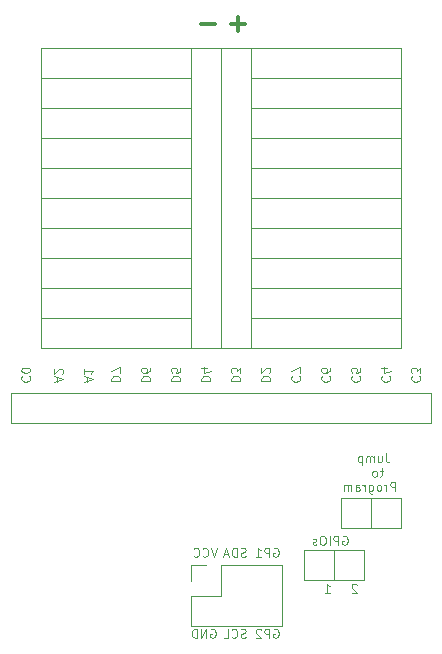
<source format=gbr>
%TF.GenerationSoftware,KiCad,Pcbnew,8.0.5*%
%TF.CreationDate,2024-09-21T17:09:33+02:00*%
%TF.ProjectId,sao_proto,73616f5f-7072-46f7-946f-2e6b69636164,rev?*%
%TF.SameCoordinates,Original*%
%TF.FileFunction,Legend,Bot*%
%TF.FilePolarity,Positive*%
%FSLAX46Y46*%
G04 Gerber Fmt 4.6, Leading zero omitted, Abs format (unit mm)*
G04 Created by KiCad (PCBNEW 8.0.5) date 2024-09-21 17:09:33*
%MOMM*%
%LPD*%
G01*
G04 APERTURE LIST*
%ADD10C,0.100000*%
%ADD11C,0.300000*%
%ADD12C,0.120000*%
G04 APERTURE END LIST*
D10*
X153794782Y-117552728D02*
X153866211Y-117517014D01*
X153866211Y-117517014D02*
X153973353Y-117517014D01*
X153973353Y-117517014D02*
X154080496Y-117552728D01*
X154080496Y-117552728D02*
X154151925Y-117624157D01*
X154151925Y-117624157D02*
X154187639Y-117695585D01*
X154187639Y-117695585D02*
X154223353Y-117838442D01*
X154223353Y-117838442D02*
X154223353Y-117945585D01*
X154223353Y-117945585D02*
X154187639Y-118088442D01*
X154187639Y-118088442D02*
X154151925Y-118159871D01*
X154151925Y-118159871D02*
X154080496Y-118231300D01*
X154080496Y-118231300D02*
X153973353Y-118267014D01*
X153973353Y-118267014D02*
X153901925Y-118267014D01*
X153901925Y-118267014D02*
X153794782Y-118231300D01*
X153794782Y-118231300D02*
X153759068Y-118195585D01*
X153759068Y-118195585D02*
X153759068Y-117945585D01*
X153759068Y-117945585D02*
X153901925Y-117945585D01*
X153437639Y-118267014D02*
X153437639Y-117517014D01*
X153437639Y-117517014D02*
X153151925Y-117517014D01*
X153151925Y-117517014D02*
X153080496Y-117552728D01*
X153080496Y-117552728D02*
X153044782Y-117588442D01*
X153044782Y-117588442D02*
X153009068Y-117659871D01*
X153009068Y-117659871D02*
X153009068Y-117767014D01*
X153009068Y-117767014D02*
X153044782Y-117838442D01*
X153044782Y-117838442D02*
X153080496Y-117874157D01*
X153080496Y-117874157D02*
X153151925Y-117909871D01*
X153151925Y-117909871D02*
X153437639Y-117909871D01*
X152687639Y-118267014D02*
X152687639Y-117517014D01*
X152187639Y-117517014D02*
X152044782Y-117517014D01*
X152044782Y-117517014D02*
X151973353Y-117552728D01*
X151973353Y-117552728D02*
X151901925Y-117624157D01*
X151901925Y-117624157D02*
X151866210Y-117767014D01*
X151866210Y-117767014D02*
X151866210Y-118017014D01*
X151866210Y-118017014D02*
X151901925Y-118159871D01*
X151901925Y-118159871D02*
X151973353Y-118231300D01*
X151973353Y-118231300D02*
X152044782Y-118267014D01*
X152044782Y-118267014D02*
X152187639Y-118267014D01*
X152187639Y-118267014D02*
X152259068Y-118231300D01*
X152259068Y-118231300D02*
X152330496Y-118159871D01*
X152330496Y-118159871D02*
X152366210Y-118017014D01*
X152366210Y-118017014D02*
X152366210Y-117767014D01*
X152366210Y-117767014D02*
X152330496Y-117624157D01*
X152330496Y-117624157D02*
X152259068Y-117552728D01*
X152259068Y-117552728D02*
X152187639Y-117517014D01*
X151580496Y-118231300D02*
X151509068Y-118267014D01*
X151509068Y-118267014D02*
X151366211Y-118267014D01*
X151366211Y-118267014D02*
X151294782Y-118231300D01*
X151294782Y-118231300D02*
X151259068Y-118159871D01*
X151259068Y-118159871D02*
X151259068Y-118124157D01*
X151259068Y-118124157D02*
X151294782Y-118052728D01*
X151294782Y-118052728D02*
X151366211Y-118017014D01*
X151366211Y-118017014D02*
X151473354Y-118017014D01*
X151473354Y-118017014D02*
X151544782Y-117981300D01*
X151544782Y-117981300D02*
X151580496Y-117909871D01*
X151580496Y-117909871D02*
X151580496Y-117874157D01*
X151580496Y-117874157D02*
X151544782Y-117802728D01*
X151544782Y-117802728D02*
X151473354Y-117767014D01*
X151473354Y-117767014D02*
X151366211Y-117767014D01*
X151366211Y-117767014D02*
X151294782Y-117802728D01*
D11*
X145495489Y-74159400D02*
X144352632Y-74159400D01*
X144924060Y-74730828D02*
X144924060Y-73587971D01*
D10*
X147952782Y-125426728D02*
X148024211Y-125391014D01*
X148024211Y-125391014D02*
X148131353Y-125391014D01*
X148131353Y-125391014D02*
X148238496Y-125426728D01*
X148238496Y-125426728D02*
X148309925Y-125498157D01*
X148309925Y-125498157D02*
X148345639Y-125569585D01*
X148345639Y-125569585D02*
X148381353Y-125712442D01*
X148381353Y-125712442D02*
X148381353Y-125819585D01*
X148381353Y-125819585D02*
X148345639Y-125962442D01*
X148345639Y-125962442D02*
X148309925Y-126033871D01*
X148309925Y-126033871D02*
X148238496Y-126105300D01*
X148238496Y-126105300D02*
X148131353Y-126141014D01*
X148131353Y-126141014D02*
X148059925Y-126141014D01*
X148059925Y-126141014D02*
X147952782Y-126105300D01*
X147952782Y-126105300D02*
X147917068Y-126069585D01*
X147917068Y-126069585D02*
X147917068Y-125819585D01*
X147917068Y-125819585D02*
X148059925Y-125819585D01*
X147595639Y-126141014D02*
X147595639Y-125391014D01*
X147595639Y-125391014D02*
X147309925Y-125391014D01*
X147309925Y-125391014D02*
X147238496Y-125426728D01*
X147238496Y-125426728D02*
X147202782Y-125462442D01*
X147202782Y-125462442D02*
X147167068Y-125533871D01*
X147167068Y-125533871D02*
X147167068Y-125641014D01*
X147167068Y-125641014D02*
X147202782Y-125712442D01*
X147202782Y-125712442D02*
X147238496Y-125748157D01*
X147238496Y-125748157D02*
X147309925Y-125783871D01*
X147309925Y-125783871D02*
X147595639Y-125783871D01*
X146881353Y-125462442D02*
X146845639Y-125426728D01*
X146845639Y-125426728D02*
X146774211Y-125391014D01*
X146774211Y-125391014D02*
X146595639Y-125391014D01*
X146595639Y-125391014D02*
X146524211Y-125426728D01*
X146524211Y-125426728D02*
X146488496Y-125462442D01*
X146488496Y-125462442D02*
X146452782Y-125533871D01*
X146452782Y-125533871D02*
X146452782Y-125605300D01*
X146452782Y-125605300D02*
X146488496Y-125712442D01*
X146488496Y-125712442D02*
X146917068Y-126141014D01*
X146917068Y-126141014D02*
X146452782Y-126141014D01*
X157140414Y-103975068D02*
X157104700Y-104010782D01*
X157104700Y-104010782D02*
X157068985Y-104117925D01*
X157068985Y-104117925D02*
X157068985Y-104189353D01*
X157068985Y-104189353D02*
X157104700Y-104296496D01*
X157104700Y-104296496D02*
X157176128Y-104367925D01*
X157176128Y-104367925D02*
X157247557Y-104403639D01*
X157247557Y-104403639D02*
X157390414Y-104439353D01*
X157390414Y-104439353D02*
X157497557Y-104439353D01*
X157497557Y-104439353D02*
X157640414Y-104403639D01*
X157640414Y-104403639D02*
X157711842Y-104367925D01*
X157711842Y-104367925D02*
X157783271Y-104296496D01*
X157783271Y-104296496D02*
X157818985Y-104189353D01*
X157818985Y-104189353D02*
X157818985Y-104117925D01*
X157818985Y-104117925D02*
X157783271Y-104010782D01*
X157783271Y-104010782D02*
X157747557Y-103975068D01*
X157568985Y-103332211D02*
X157068985Y-103332211D01*
X157854700Y-103510782D02*
X157318985Y-103689353D01*
X157318985Y-103689353D02*
X157318985Y-103225068D01*
X154600414Y-103975068D02*
X154564700Y-104010782D01*
X154564700Y-104010782D02*
X154528985Y-104117925D01*
X154528985Y-104117925D02*
X154528985Y-104189353D01*
X154528985Y-104189353D02*
X154564700Y-104296496D01*
X154564700Y-104296496D02*
X154636128Y-104367925D01*
X154636128Y-104367925D02*
X154707557Y-104403639D01*
X154707557Y-104403639D02*
X154850414Y-104439353D01*
X154850414Y-104439353D02*
X154957557Y-104439353D01*
X154957557Y-104439353D02*
X155100414Y-104403639D01*
X155100414Y-104403639D02*
X155171842Y-104367925D01*
X155171842Y-104367925D02*
X155243271Y-104296496D01*
X155243271Y-104296496D02*
X155278985Y-104189353D01*
X155278985Y-104189353D02*
X155278985Y-104117925D01*
X155278985Y-104117925D02*
X155243271Y-104010782D01*
X155243271Y-104010782D02*
X155207557Y-103975068D01*
X155278985Y-103296496D02*
X155278985Y-103653639D01*
X155278985Y-103653639D02*
X154921842Y-103689353D01*
X154921842Y-103689353D02*
X154957557Y-103653639D01*
X154957557Y-103653639D02*
X154993271Y-103582211D01*
X154993271Y-103582211D02*
X154993271Y-103403639D01*
X154993271Y-103403639D02*
X154957557Y-103332211D01*
X154957557Y-103332211D02*
X154921842Y-103296496D01*
X154921842Y-103296496D02*
X154850414Y-103260782D01*
X154850414Y-103260782D02*
X154671842Y-103260782D01*
X154671842Y-103260782D02*
X154600414Y-103296496D01*
X154600414Y-103296496D02*
X154564700Y-103332211D01*
X154564700Y-103332211D02*
X154528985Y-103403639D01*
X154528985Y-103403639D02*
X154528985Y-103582211D01*
X154528985Y-103582211D02*
X154564700Y-103653639D01*
X154564700Y-103653639D02*
X154600414Y-103689353D01*
X132137271Y-104439353D02*
X132137271Y-104082211D01*
X131922985Y-104510782D02*
X132672985Y-104260782D01*
X132672985Y-104260782D02*
X131922985Y-104010782D01*
X131922985Y-103367925D02*
X131922985Y-103796496D01*
X131922985Y-103582211D02*
X132672985Y-103582211D01*
X132672985Y-103582211D02*
X132565842Y-103653639D01*
X132565842Y-103653639D02*
X132494414Y-103725068D01*
X132494414Y-103725068D02*
X132458700Y-103796496D01*
X152060414Y-103975068D02*
X152024700Y-104010782D01*
X152024700Y-104010782D02*
X151988985Y-104117925D01*
X151988985Y-104117925D02*
X151988985Y-104189353D01*
X151988985Y-104189353D02*
X152024700Y-104296496D01*
X152024700Y-104296496D02*
X152096128Y-104367925D01*
X152096128Y-104367925D02*
X152167557Y-104403639D01*
X152167557Y-104403639D02*
X152310414Y-104439353D01*
X152310414Y-104439353D02*
X152417557Y-104439353D01*
X152417557Y-104439353D02*
X152560414Y-104403639D01*
X152560414Y-104403639D02*
X152631842Y-104367925D01*
X152631842Y-104367925D02*
X152703271Y-104296496D01*
X152703271Y-104296496D02*
X152738985Y-104189353D01*
X152738985Y-104189353D02*
X152738985Y-104117925D01*
X152738985Y-104117925D02*
X152703271Y-104010782D01*
X152703271Y-104010782D02*
X152667557Y-103975068D01*
X152738985Y-103332211D02*
X152738985Y-103475068D01*
X152738985Y-103475068D02*
X152703271Y-103546496D01*
X152703271Y-103546496D02*
X152667557Y-103582211D01*
X152667557Y-103582211D02*
X152560414Y-103653639D01*
X152560414Y-103653639D02*
X152417557Y-103689353D01*
X152417557Y-103689353D02*
X152131842Y-103689353D01*
X152131842Y-103689353D02*
X152060414Y-103653639D01*
X152060414Y-103653639D02*
X152024700Y-103617925D01*
X152024700Y-103617925D02*
X151988985Y-103546496D01*
X151988985Y-103546496D02*
X151988985Y-103403639D01*
X151988985Y-103403639D02*
X152024700Y-103332211D01*
X152024700Y-103332211D02*
X152060414Y-103296496D01*
X152060414Y-103296496D02*
X152131842Y-103260782D01*
X152131842Y-103260782D02*
X152310414Y-103260782D01*
X152310414Y-103260782D02*
X152381842Y-103296496D01*
X152381842Y-103296496D02*
X152417557Y-103332211D01*
X152417557Y-103332211D02*
X152453271Y-103403639D01*
X152453271Y-103403639D02*
X152453271Y-103546496D01*
X152453271Y-103546496D02*
X152417557Y-103617925D01*
X152417557Y-103617925D02*
X152381842Y-103653639D01*
X152381842Y-103653639D02*
X152310414Y-103689353D01*
X142618782Y-125426728D02*
X142690211Y-125391014D01*
X142690211Y-125391014D02*
X142797353Y-125391014D01*
X142797353Y-125391014D02*
X142904496Y-125426728D01*
X142904496Y-125426728D02*
X142975925Y-125498157D01*
X142975925Y-125498157D02*
X143011639Y-125569585D01*
X143011639Y-125569585D02*
X143047353Y-125712442D01*
X143047353Y-125712442D02*
X143047353Y-125819585D01*
X143047353Y-125819585D02*
X143011639Y-125962442D01*
X143011639Y-125962442D02*
X142975925Y-126033871D01*
X142975925Y-126033871D02*
X142904496Y-126105300D01*
X142904496Y-126105300D02*
X142797353Y-126141014D01*
X142797353Y-126141014D02*
X142725925Y-126141014D01*
X142725925Y-126141014D02*
X142618782Y-126105300D01*
X142618782Y-126105300D02*
X142583068Y-126069585D01*
X142583068Y-126069585D02*
X142583068Y-125819585D01*
X142583068Y-125819585D02*
X142725925Y-125819585D01*
X142261639Y-126141014D02*
X142261639Y-125391014D01*
X142261639Y-125391014D02*
X141833068Y-126141014D01*
X141833068Y-126141014D02*
X141833068Y-125391014D01*
X141475925Y-126141014D02*
X141475925Y-125391014D01*
X141475925Y-125391014D02*
X141297354Y-125391014D01*
X141297354Y-125391014D02*
X141190211Y-125426728D01*
X141190211Y-125426728D02*
X141118782Y-125498157D01*
X141118782Y-125498157D02*
X141083068Y-125569585D01*
X141083068Y-125569585D02*
X141047354Y-125712442D01*
X141047354Y-125712442D02*
X141047354Y-125819585D01*
X141047354Y-125819585D02*
X141083068Y-125962442D01*
X141083068Y-125962442D02*
X141118782Y-126033871D01*
X141118782Y-126033871D02*
X141190211Y-126105300D01*
X141190211Y-126105300D02*
X141297354Y-126141014D01*
X141297354Y-126141014D02*
X141475925Y-126141014D01*
X145587353Y-119247300D02*
X145480211Y-119283014D01*
X145480211Y-119283014D02*
X145301639Y-119283014D01*
X145301639Y-119283014D02*
X145230211Y-119247300D01*
X145230211Y-119247300D02*
X145194496Y-119211585D01*
X145194496Y-119211585D02*
X145158782Y-119140157D01*
X145158782Y-119140157D02*
X145158782Y-119068728D01*
X145158782Y-119068728D02*
X145194496Y-118997300D01*
X145194496Y-118997300D02*
X145230211Y-118961585D01*
X145230211Y-118961585D02*
X145301639Y-118925871D01*
X145301639Y-118925871D02*
X145444496Y-118890157D01*
X145444496Y-118890157D02*
X145515925Y-118854442D01*
X145515925Y-118854442D02*
X145551639Y-118818728D01*
X145551639Y-118818728D02*
X145587353Y-118747300D01*
X145587353Y-118747300D02*
X145587353Y-118675871D01*
X145587353Y-118675871D02*
X145551639Y-118604442D01*
X145551639Y-118604442D02*
X145515925Y-118568728D01*
X145515925Y-118568728D02*
X145444496Y-118533014D01*
X145444496Y-118533014D02*
X145265925Y-118533014D01*
X145265925Y-118533014D02*
X145158782Y-118568728D01*
X144837353Y-119283014D02*
X144837353Y-118533014D01*
X144837353Y-118533014D02*
X144658782Y-118533014D01*
X144658782Y-118533014D02*
X144551639Y-118568728D01*
X144551639Y-118568728D02*
X144480210Y-118640157D01*
X144480210Y-118640157D02*
X144444496Y-118711585D01*
X144444496Y-118711585D02*
X144408782Y-118854442D01*
X144408782Y-118854442D02*
X144408782Y-118961585D01*
X144408782Y-118961585D02*
X144444496Y-119104442D01*
X144444496Y-119104442D02*
X144480210Y-119175871D01*
X144480210Y-119175871D02*
X144551639Y-119247300D01*
X144551639Y-119247300D02*
X144658782Y-119283014D01*
X144658782Y-119283014D02*
X144837353Y-119283014D01*
X144123067Y-119068728D02*
X143765925Y-119068728D01*
X144194496Y-119283014D02*
X143944496Y-118533014D01*
X143944496Y-118533014D02*
X143694496Y-119283014D01*
X126660414Y-103975068D02*
X126624700Y-104010782D01*
X126624700Y-104010782D02*
X126588985Y-104117925D01*
X126588985Y-104117925D02*
X126588985Y-104189353D01*
X126588985Y-104189353D02*
X126624700Y-104296496D01*
X126624700Y-104296496D02*
X126696128Y-104367925D01*
X126696128Y-104367925D02*
X126767557Y-104403639D01*
X126767557Y-104403639D02*
X126910414Y-104439353D01*
X126910414Y-104439353D02*
X127017557Y-104439353D01*
X127017557Y-104439353D02*
X127160414Y-104403639D01*
X127160414Y-104403639D02*
X127231842Y-104367925D01*
X127231842Y-104367925D02*
X127303271Y-104296496D01*
X127303271Y-104296496D02*
X127338985Y-104189353D01*
X127338985Y-104189353D02*
X127338985Y-104117925D01*
X127338985Y-104117925D02*
X127303271Y-104010782D01*
X127303271Y-104010782D02*
X127267557Y-103975068D01*
X127338985Y-103510782D02*
X127338985Y-103439353D01*
X127338985Y-103439353D02*
X127303271Y-103367925D01*
X127303271Y-103367925D02*
X127267557Y-103332211D01*
X127267557Y-103332211D02*
X127196128Y-103296496D01*
X127196128Y-103296496D02*
X127053271Y-103260782D01*
X127053271Y-103260782D02*
X126874700Y-103260782D01*
X126874700Y-103260782D02*
X126731842Y-103296496D01*
X126731842Y-103296496D02*
X126660414Y-103332211D01*
X126660414Y-103332211D02*
X126624700Y-103367925D01*
X126624700Y-103367925D02*
X126588985Y-103439353D01*
X126588985Y-103439353D02*
X126588985Y-103510782D01*
X126588985Y-103510782D02*
X126624700Y-103582211D01*
X126624700Y-103582211D02*
X126660414Y-103617925D01*
X126660414Y-103617925D02*
X126731842Y-103653639D01*
X126731842Y-103653639D02*
X126874700Y-103689353D01*
X126874700Y-103689353D02*
X127053271Y-103689353D01*
X127053271Y-103689353D02*
X127196128Y-103653639D01*
X127196128Y-103653639D02*
X127267557Y-103617925D01*
X127267557Y-103617925D02*
X127303271Y-103582211D01*
X127303271Y-103582211D02*
X127338985Y-103510782D01*
X129597271Y-104439353D02*
X129597271Y-104082211D01*
X129382985Y-104510782D02*
X130132985Y-104260782D01*
X130132985Y-104260782D02*
X129382985Y-104010782D01*
X130061557Y-103796496D02*
X130097271Y-103760782D01*
X130097271Y-103760782D02*
X130132985Y-103689354D01*
X130132985Y-103689354D02*
X130132985Y-103510782D01*
X130132985Y-103510782D02*
X130097271Y-103439354D01*
X130097271Y-103439354D02*
X130061557Y-103403639D01*
X130061557Y-103403639D02*
X129990128Y-103367925D01*
X129990128Y-103367925D02*
X129918700Y-103367925D01*
X129918700Y-103367925D02*
X129811557Y-103403639D01*
X129811557Y-103403639D02*
X129382985Y-103832211D01*
X129382985Y-103832211D02*
X129382985Y-103367925D01*
X152270782Y-122331014D02*
X152699353Y-122331014D01*
X152485068Y-122331014D02*
X152485068Y-121581014D01*
X152485068Y-121581014D02*
X152556496Y-121688157D01*
X152556496Y-121688157D02*
X152627925Y-121759585D01*
X152627925Y-121759585D02*
X152699353Y-121795300D01*
X149520414Y-103975068D02*
X149484700Y-104010782D01*
X149484700Y-104010782D02*
X149448985Y-104117925D01*
X149448985Y-104117925D02*
X149448985Y-104189353D01*
X149448985Y-104189353D02*
X149484700Y-104296496D01*
X149484700Y-104296496D02*
X149556128Y-104367925D01*
X149556128Y-104367925D02*
X149627557Y-104403639D01*
X149627557Y-104403639D02*
X149770414Y-104439353D01*
X149770414Y-104439353D02*
X149877557Y-104439353D01*
X149877557Y-104439353D02*
X150020414Y-104403639D01*
X150020414Y-104403639D02*
X150091842Y-104367925D01*
X150091842Y-104367925D02*
X150163271Y-104296496D01*
X150163271Y-104296496D02*
X150198985Y-104189353D01*
X150198985Y-104189353D02*
X150198985Y-104117925D01*
X150198985Y-104117925D02*
X150163271Y-104010782D01*
X150163271Y-104010782D02*
X150127557Y-103975068D01*
X150198985Y-103725068D02*
X150198985Y-103225068D01*
X150198985Y-103225068D02*
X149448985Y-103546496D01*
X147952782Y-118568728D02*
X148024211Y-118533014D01*
X148024211Y-118533014D02*
X148131353Y-118533014D01*
X148131353Y-118533014D02*
X148238496Y-118568728D01*
X148238496Y-118568728D02*
X148309925Y-118640157D01*
X148309925Y-118640157D02*
X148345639Y-118711585D01*
X148345639Y-118711585D02*
X148381353Y-118854442D01*
X148381353Y-118854442D02*
X148381353Y-118961585D01*
X148381353Y-118961585D02*
X148345639Y-119104442D01*
X148345639Y-119104442D02*
X148309925Y-119175871D01*
X148309925Y-119175871D02*
X148238496Y-119247300D01*
X148238496Y-119247300D02*
X148131353Y-119283014D01*
X148131353Y-119283014D02*
X148059925Y-119283014D01*
X148059925Y-119283014D02*
X147952782Y-119247300D01*
X147952782Y-119247300D02*
X147917068Y-119211585D01*
X147917068Y-119211585D02*
X147917068Y-118961585D01*
X147917068Y-118961585D02*
X148059925Y-118961585D01*
X147595639Y-119283014D02*
X147595639Y-118533014D01*
X147595639Y-118533014D02*
X147309925Y-118533014D01*
X147309925Y-118533014D02*
X147238496Y-118568728D01*
X147238496Y-118568728D02*
X147202782Y-118604442D01*
X147202782Y-118604442D02*
X147167068Y-118675871D01*
X147167068Y-118675871D02*
X147167068Y-118783014D01*
X147167068Y-118783014D02*
X147202782Y-118854442D01*
X147202782Y-118854442D02*
X147238496Y-118890157D01*
X147238496Y-118890157D02*
X147309925Y-118925871D01*
X147309925Y-118925871D02*
X147595639Y-118925871D01*
X146452782Y-119283014D02*
X146881353Y-119283014D01*
X146667068Y-119283014D02*
X146667068Y-118533014D01*
X146667068Y-118533014D02*
X146738496Y-118640157D01*
X146738496Y-118640157D02*
X146809925Y-118711585D01*
X146809925Y-118711585D02*
X146881353Y-118747300D01*
X144368985Y-104403639D02*
X145118985Y-104403639D01*
X145118985Y-104403639D02*
X145118985Y-104225068D01*
X145118985Y-104225068D02*
X145083271Y-104117925D01*
X145083271Y-104117925D02*
X145011842Y-104046496D01*
X145011842Y-104046496D02*
X144940414Y-104010782D01*
X144940414Y-104010782D02*
X144797557Y-103975068D01*
X144797557Y-103975068D02*
X144690414Y-103975068D01*
X144690414Y-103975068D02*
X144547557Y-104010782D01*
X144547557Y-104010782D02*
X144476128Y-104046496D01*
X144476128Y-104046496D02*
X144404700Y-104117925D01*
X144404700Y-104117925D02*
X144368985Y-104225068D01*
X144368985Y-104225068D02*
X144368985Y-104403639D01*
X145118985Y-103725068D02*
X145118985Y-103260782D01*
X145118985Y-103260782D02*
X144833271Y-103510782D01*
X144833271Y-103510782D02*
X144833271Y-103403639D01*
X144833271Y-103403639D02*
X144797557Y-103332211D01*
X144797557Y-103332211D02*
X144761842Y-103296496D01*
X144761842Y-103296496D02*
X144690414Y-103260782D01*
X144690414Y-103260782D02*
X144511842Y-103260782D01*
X144511842Y-103260782D02*
X144440414Y-103296496D01*
X144440414Y-103296496D02*
X144404700Y-103332211D01*
X144404700Y-103332211D02*
X144368985Y-103403639D01*
X144368985Y-103403639D02*
X144368985Y-103617925D01*
X144368985Y-103617925D02*
X144404700Y-103689353D01*
X144404700Y-103689353D02*
X144440414Y-103725068D01*
X143118782Y-118533014D02*
X142868782Y-119283014D01*
X142868782Y-119283014D02*
X142618782Y-118533014D01*
X141940211Y-119211585D02*
X141975925Y-119247300D01*
X141975925Y-119247300D02*
X142083068Y-119283014D01*
X142083068Y-119283014D02*
X142154496Y-119283014D01*
X142154496Y-119283014D02*
X142261639Y-119247300D01*
X142261639Y-119247300D02*
X142333068Y-119175871D01*
X142333068Y-119175871D02*
X142368782Y-119104442D01*
X142368782Y-119104442D02*
X142404496Y-118961585D01*
X142404496Y-118961585D02*
X142404496Y-118854442D01*
X142404496Y-118854442D02*
X142368782Y-118711585D01*
X142368782Y-118711585D02*
X142333068Y-118640157D01*
X142333068Y-118640157D02*
X142261639Y-118568728D01*
X142261639Y-118568728D02*
X142154496Y-118533014D01*
X142154496Y-118533014D02*
X142083068Y-118533014D01*
X142083068Y-118533014D02*
X141975925Y-118568728D01*
X141975925Y-118568728D02*
X141940211Y-118604442D01*
X141190211Y-119211585D02*
X141225925Y-119247300D01*
X141225925Y-119247300D02*
X141333068Y-119283014D01*
X141333068Y-119283014D02*
X141404496Y-119283014D01*
X141404496Y-119283014D02*
X141511639Y-119247300D01*
X141511639Y-119247300D02*
X141583068Y-119175871D01*
X141583068Y-119175871D02*
X141618782Y-119104442D01*
X141618782Y-119104442D02*
X141654496Y-118961585D01*
X141654496Y-118961585D02*
X141654496Y-118854442D01*
X141654496Y-118854442D02*
X141618782Y-118711585D01*
X141618782Y-118711585D02*
X141583068Y-118640157D01*
X141583068Y-118640157D02*
X141511639Y-118568728D01*
X141511639Y-118568728D02*
X141404496Y-118533014D01*
X141404496Y-118533014D02*
X141333068Y-118533014D01*
X141333068Y-118533014D02*
X141225925Y-118568728D01*
X141225925Y-118568728D02*
X141190211Y-118604442D01*
D11*
X142955489Y-74159400D02*
X141812632Y-74159400D01*
D10*
X145587353Y-126105300D02*
X145480211Y-126141014D01*
X145480211Y-126141014D02*
X145301639Y-126141014D01*
X145301639Y-126141014D02*
X145230211Y-126105300D01*
X145230211Y-126105300D02*
X145194496Y-126069585D01*
X145194496Y-126069585D02*
X145158782Y-125998157D01*
X145158782Y-125998157D02*
X145158782Y-125926728D01*
X145158782Y-125926728D02*
X145194496Y-125855300D01*
X145194496Y-125855300D02*
X145230211Y-125819585D01*
X145230211Y-125819585D02*
X145301639Y-125783871D01*
X145301639Y-125783871D02*
X145444496Y-125748157D01*
X145444496Y-125748157D02*
X145515925Y-125712442D01*
X145515925Y-125712442D02*
X145551639Y-125676728D01*
X145551639Y-125676728D02*
X145587353Y-125605300D01*
X145587353Y-125605300D02*
X145587353Y-125533871D01*
X145587353Y-125533871D02*
X145551639Y-125462442D01*
X145551639Y-125462442D02*
X145515925Y-125426728D01*
X145515925Y-125426728D02*
X145444496Y-125391014D01*
X145444496Y-125391014D02*
X145265925Y-125391014D01*
X145265925Y-125391014D02*
X145158782Y-125426728D01*
X144408782Y-126069585D02*
X144444496Y-126105300D01*
X144444496Y-126105300D02*
X144551639Y-126141014D01*
X144551639Y-126141014D02*
X144623067Y-126141014D01*
X144623067Y-126141014D02*
X144730210Y-126105300D01*
X144730210Y-126105300D02*
X144801639Y-126033871D01*
X144801639Y-126033871D02*
X144837353Y-125962442D01*
X144837353Y-125962442D02*
X144873067Y-125819585D01*
X144873067Y-125819585D02*
X144873067Y-125712442D01*
X144873067Y-125712442D02*
X144837353Y-125569585D01*
X144837353Y-125569585D02*
X144801639Y-125498157D01*
X144801639Y-125498157D02*
X144730210Y-125426728D01*
X144730210Y-125426728D02*
X144623067Y-125391014D01*
X144623067Y-125391014D02*
X144551639Y-125391014D01*
X144551639Y-125391014D02*
X144444496Y-125426728D01*
X144444496Y-125426728D02*
X144408782Y-125462442D01*
X143730210Y-126141014D02*
X144087353Y-126141014D01*
X144087353Y-126141014D02*
X144087353Y-125391014D01*
X141828985Y-104403639D02*
X142578985Y-104403639D01*
X142578985Y-104403639D02*
X142578985Y-104225068D01*
X142578985Y-104225068D02*
X142543271Y-104117925D01*
X142543271Y-104117925D02*
X142471842Y-104046496D01*
X142471842Y-104046496D02*
X142400414Y-104010782D01*
X142400414Y-104010782D02*
X142257557Y-103975068D01*
X142257557Y-103975068D02*
X142150414Y-103975068D01*
X142150414Y-103975068D02*
X142007557Y-104010782D01*
X142007557Y-104010782D02*
X141936128Y-104046496D01*
X141936128Y-104046496D02*
X141864700Y-104117925D01*
X141864700Y-104117925D02*
X141828985Y-104225068D01*
X141828985Y-104225068D02*
X141828985Y-104403639D01*
X142328985Y-103332211D02*
X141828985Y-103332211D01*
X142614700Y-103510782D02*
X142078985Y-103689353D01*
X142078985Y-103689353D02*
X142078985Y-103225068D01*
X146908985Y-104403639D02*
X147658985Y-104403639D01*
X147658985Y-104403639D02*
X147658985Y-104225068D01*
X147658985Y-104225068D02*
X147623271Y-104117925D01*
X147623271Y-104117925D02*
X147551842Y-104046496D01*
X147551842Y-104046496D02*
X147480414Y-104010782D01*
X147480414Y-104010782D02*
X147337557Y-103975068D01*
X147337557Y-103975068D02*
X147230414Y-103975068D01*
X147230414Y-103975068D02*
X147087557Y-104010782D01*
X147087557Y-104010782D02*
X147016128Y-104046496D01*
X147016128Y-104046496D02*
X146944700Y-104117925D01*
X146944700Y-104117925D02*
X146908985Y-104225068D01*
X146908985Y-104225068D02*
X146908985Y-104403639D01*
X147587557Y-103689353D02*
X147623271Y-103653639D01*
X147623271Y-103653639D02*
X147658985Y-103582211D01*
X147658985Y-103582211D02*
X147658985Y-103403639D01*
X147658985Y-103403639D02*
X147623271Y-103332211D01*
X147623271Y-103332211D02*
X147587557Y-103296496D01*
X147587557Y-103296496D02*
X147516128Y-103260782D01*
X147516128Y-103260782D02*
X147444700Y-103260782D01*
X147444700Y-103260782D02*
X147337557Y-103296496D01*
X147337557Y-103296496D02*
X146908985Y-103725068D01*
X146908985Y-103725068D02*
X146908985Y-103260782D01*
X136748985Y-104403639D02*
X137498985Y-104403639D01*
X137498985Y-104403639D02*
X137498985Y-104225068D01*
X137498985Y-104225068D02*
X137463271Y-104117925D01*
X137463271Y-104117925D02*
X137391842Y-104046496D01*
X137391842Y-104046496D02*
X137320414Y-104010782D01*
X137320414Y-104010782D02*
X137177557Y-103975068D01*
X137177557Y-103975068D02*
X137070414Y-103975068D01*
X137070414Y-103975068D02*
X136927557Y-104010782D01*
X136927557Y-104010782D02*
X136856128Y-104046496D01*
X136856128Y-104046496D02*
X136784700Y-104117925D01*
X136784700Y-104117925D02*
X136748985Y-104225068D01*
X136748985Y-104225068D02*
X136748985Y-104403639D01*
X137498985Y-103332211D02*
X137498985Y-103475068D01*
X137498985Y-103475068D02*
X137463271Y-103546496D01*
X137463271Y-103546496D02*
X137427557Y-103582211D01*
X137427557Y-103582211D02*
X137320414Y-103653639D01*
X137320414Y-103653639D02*
X137177557Y-103689353D01*
X137177557Y-103689353D02*
X136891842Y-103689353D01*
X136891842Y-103689353D02*
X136820414Y-103653639D01*
X136820414Y-103653639D02*
X136784700Y-103617925D01*
X136784700Y-103617925D02*
X136748985Y-103546496D01*
X136748985Y-103546496D02*
X136748985Y-103403639D01*
X136748985Y-103403639D02*
X136784700Y-103332211D01*
X136784700Y-103332211D02*
X136820414Y-103296496D01*
X136820414Y-103296496D02*
X136891842Y-103260782D01*
X136891842Y-103260782D02*
X137070414Y-103260782D01*
X137070414Y-103260782D02*
X137141842Y-103296496D01*
X137141842Y-103296496D02*
X137177557Y-103332211D01*
X137177557Y-103332211D02*
X137213271Y-103403639D01*
X137213271Y-103403639D02*
X137213271Y-103546496D01*
X137213271Y-103546496D02*
X137177557Y-103617925D01*
X137177557Y-103617925D02*
X137141842Y-103653639D01*
X137141842Y-103653639D02*
X137070414Y-103689353D01*
X159680414Y-103975068D02*
X159644700Y-104010782D01*
X159644700Y-104010782D02*
X159608985Y-104117925D01*
X159608985Y-104117925D02*
X159608985Y-104189353D01*
X159608985Y-104189353D02*
X159644700Y-104296496D01*
X159644700Y-104296496D02*
X159716128Y-104367925D01*
X159716128Y-104367925D02*
X159787557Y-104403639D01*
X159787557Y-104403639D02*
X159930414Y-104439353D01*
X159930414Y-104439353D02*
X160037557Y-104439353D01*
X160037557Y-104439353D02*
X160180414Y-104403639D01*
X160180414Y-104403639D02*
X160251842Y-104367925D01*
X160251842Y-104367925D02*
X160323271Y-104296496D01*
X160323271Y-104296496D02*
X160358985Y-104189353D01*
X160358985Y-104189353D02*
X160358985Y-104117925D01*
X160358985Y-104117925D02*
X160323271Y-104010782D01*
X160323271Y-104010782D02*
X160287557Y-103975068D01*
X160358985Y-103725068D02*
X160358985Y-103260782D01*
X160358985Y-103260782D02*
X160073271Y-103510782D01*
X160073271Y-103510782D02*
X160073271Y-103403639D01*
X160073271Y-103403639D02*
X160037557Y-103332211D01*
X160037557Y-103332211D02*
X160001842Y-103296496D01*
X160001842Y-103296496D02*
X159930414Y-103260782D01*
X159930414Y-103260782D02*
X159751842Y-103260782D01*
X159751842Y-103260782D02*
X159680414Y-103296496D01*
X159680414Y-103296496D02*
X159644700Y-103332211D01*
X159644700Y-103332211D02*
X159608985Y-103403639D01*
X159608985Y-103403639D02*
X159608985Y-103617925D01*
X159608985Y-103617925D02*
X159644700Y-103689353D01*
X159644700Y-103689353D02*
X159680414Y-103725068D01*
X154985353Y-121652442D02*
X154949639Y-121616728D01*
X154949639Y-121616728D02*
X154878211Y-121581014D01*
X154878211Y-121581014D02*
X154699639Y-121581014D01*
X154699639Y-121581014D02*
X154628211Y-121616728D01*
X154628211Y-121616728D02*
X154592496Y-121652442D01*
X154592496Y-121652442D02*
X154556782Y-121723871D01*
X154556782Y-121723871D02*
X154556782Y-121795300D01*
X154556782Y-121795300D02*
X154592496Y-121902442D01*
X154592496Y-121902442D02*
X155021068Y-122331014D01*
X155021068Y-122331014D02*
X154556782Y-122331014D01*
X139288985Y-104403639D02*
X140038985Y-104403639D01*
X140038985Y-104403639D02*
X140038985Y-104225068D01*
X140038985Y-104225068D02*
X140003271Y-104117925D01*
X140003271Y-104117925D02*
X139931842Y-104046496D01*
X139931842Y-104046496D02*
X139860414Y-104010782D01*
X139860414Y-104010782D02*
X139717557Y-103975068D01*
X139717557Y-103975068D02*
X139610414Y-103975068D01*
X139610414Y-103975068D02*
X139467557Y-104010782D01*
X139467557Y-104010782D02*
X139396128Y-104046496D01*
X139396128Y-104046496D02*
X139324700Y-104117925D01*
X139324700Y-104117925D02*
X139288985Y-104225068D01*
X139288985Y-104225068D02*
X139288985Y-104403639D01*
X140038985Y-103296496D02*
X140038985Y-103653639D01*
X140038985Y-103653639D02*
X139681842Y-103689353D01*
X139681842Y-103689353D02*
X139717557Y-103653639D01*
X139717557Y-103653639D02*
X139753271Y-103582211D01*
X139753271Y-103582211D02*
X139753271Y-103403639D01*
X139753271Y-103403639D02*
X139717557Y-103332211D01*
X139717557Y-103332211D02*
X139681842Y-103296496D01*
X139681842Y-103296496D02*
X139610414Y-103260782D01*
X139610414Y-103260782D02*
X139431842Y-103260782D01*
X139431842Y-103260782D02*
X139360414Y-103296496D01*
X139360414Y-103296496D02*
X139324700Y-103332211D01*
X139324700Y-103332211D02*
X139288985Y-103403639D01*
X139288985Y-103403639D02*
X139288985Y-103582211D01*
X139288985Y-103582211D02*
X139324700Y-103653639D01*
X139324700Y-103653639D02*
X139360414Y-103689353D01*
X134208985Y-104403639D02*
X134958985Y-104403639D01*
X134958985Y-104403639D02*
X134958985Y-104225068D01*
X134958985Y-104225068D02*
X134923271Y-104117925D01*
X134923271Y-104117925D02*
X134851842Y-104046496D01*
X134851842Y-104046496D02*
X134780414Y-104010782D01*
X134780414Y-104010782D02*
X134637557Y-103975068D01*
X134637557Y-103975068D02*
X134530414Y-103975068D01*
X134530414Y-103975068D02*
X134387557Y-104010782D01*
X134387557Y-104010782D02*
X134316128Y-104046496D01*
X134316128Y-104046496D02*
X134244700Y-104117925D01*
X134244700Y-104117925D02*
X134208985Y-104225068D01*
X134208985Y-104225068D02*
X134208985Y-104403639D01*
X134958985Y-103725068D02*
X134958985Y-103225068D01*
X134958985Y-103225068D02*
X134208985Y-103546496D01*
X157465924Y-110530098D02*
X157465924Y-111065812D01*
X157465924Y-111065812D02*
X157501639Y-111172955D01*
X157501639Y-111172955D02*
X157573067Y-111244384D01*
X157573067Y-111244384D02*
X157680210Y-111280098D01*
X157680210Y-111280098D02*
X157751639Y-111280098D01*
X156787353Y-110780098D02*
X156787353Y-111280098D01*
X157108781Y-110780098D02*
X157108781Y-111172955D01*
X157108781Y-111172955D02*
X157073067Y-111244384D01*
X157073067Y-111244384D02*
X157001638Y-111280098D01*
X157001638Y-111280098D02*
X156894495Y-111280098D01*
X156894495Y-111280098D02*
X156823067Y-111244384D01*
X156823067Y-111244384D02*
X156787353Y-111208669D01*
X156430210Y-111280098D02*
X156430210Y-110780098D01*
X156430210Y-110851526D02*
X156394496Y-110815812D01*
X156394496Y-110815812D02*
X156323067Y-110780098D01*
X156323067Y-110780098D02*
X156215924Y-110780098D01*
X156215924Y-110780098D02*
X156144496Y-110815812D01*
X156144496Y-110815812D02*
X156108782Y-110887241D01*
X156108782Y-110887241D02*
X156108782Y-111280098D01*
X156108782Y-110887241D02*
X156073067Y-110815812D01*
X156073067Y-110815812D02*
X156001639Y-110780098D01*
X156001639Y-110780098D02*
X155894496Y-110780098D01*
X155894496Y-110780098D02*
X155823067Y-110815812D01*
X155823067Y-110815812D02*
X155787353Y-110887241D01*
X155787353Y-110887241D02*
X155787353Y-111280098D01*
X155430210Y-110780098D02*
X155430210Y-111530098D01*
X155430210Y-110815812D02*
X155358782Y-110780098D01*
X155358782Y-110780098D02*
X155215924Y-110780098D01*
X155215924Y-110780098D02*
X155144496Y-110815812D01*
X155144496Y-110815812D02*
X155108782Y-110851526D01*
X155108782Y-110851526D02*
X155073067Y-110922955D01*
X155073067Y-110922955D02*
X155073067Y-111137241D01*
X155073067Y-111137241D02*
X155108782Y-111208669D01*
X155108782Y-111208669D02*
X155144496Y-111244384D01*
X155144496Y-111244384D02*
X155215924Y-111280098D01*
X155215924Y-111280098D02*
X155358782Y-111280098D01*
X155358782Y-111280098D02*
X155430210Y-111244384D01*
X157215924Y-111987556D02*
X156930210Y-111987556D01*
X157108781Y-111737556D02*
X157108781Y-112380413D01*
X157108781Y-112380413D02*
X157073067Y-112451842D01*
X157073067Y-112451842D02*
X157001638Y-112487556D01*
X157001638Y-112487556D02*
X156930210Y-112487556D01*
X156573067Y-112487556D02*
X156644496Y-112451842D01*
X156644496Y-112451842D02*
X156680210Y-112416127D01*
X156680210Y-112416127D02*
X156715924Y-112344699D01*
X156715924Y-112344699D02*
X156715924Y-112130413D01*
X156715924Y-112130413D02*
X156680210Y-112058984D01*
X156680210Y-112058984D02*
X156644496Y-112023270D01*
X156644496Y-112023270D02*
X156573067Y-111987556D01*
X156573067Y-111987556D02*
X156465924Y-111987556D01*
X156465924Y-111987556D02*
X156394496Y-112023270D01*
X156394496Y-112023270D02*
X156358782Y-112058984D01*
X156358782Y-112058984D02*
X156323067Y-112130413D01*
X156323067Y-112130413D02*
X156323067Y-112344699D01*
X156323067Y-112344699D02*
X156358782Y-112416127D01*
X156358782Y-112416127D02*
X156394496Y-112451842D01*
X156394496Y-112451842D02*
X156465924Y-112487556D01*
X156465924Y-112487556D02*
X156573067Y-112487556D01*
X158251639Y-113695014D02*
X158251639Y-112945014D01*
X158251639Y-112945014D02*
X157965925Y-112945014D01*
X157965925Y-112945014D02*
X157894496Y-112980728D01*
X157894496Y-112980728D02*
X157858782Y-113016442D01*
X157858782Y-113016442D02*
X157823068Y-113087871D01*
X157823068Y-113087871D02*
X157823068Y-113195014D01*
X157823068Y-113195014D02*
X157858782Y-113266442D01*
X157858782Y-113266442D02*
X157894496Y-113302157D01*
X157894496Y-113302157D02*
X157965925Y-113337871D01*
X157965925Y-113337871D02*
X158251639Y-113337871D01*
X157501639Y-113695014D02*
X157501639Y-113195014D01*
X157501639Y-113337871D02*
X157465925Y-113266442D01*
X157465925Y-113266442D02*
X157430211Y-113230728D01*
X157430211Y-113230728D02*
X157358782Y-113195014D01*
X157358782Y-113195014D02*
X157287353Y-113195014D01*
X156930210Y-113695014D02*
X157001639Y-113659300D01*
X157001639Y-113659300D02*
X157037353Y-113623585D01*
X157037353Y-113623585D02*
X157073067Y-113552157D01*
X157073067Y-113552157D02*
X157073067Y-113337871D01*
X157073067Y-113337871D02*
X157037353Y-113266442D01*
X157037353Y-113266442D02*
X157001639Y-113230728D01*
X157001639Y-113230728D02*
X156930210Y-113195014D01*
X156930210Y-113195014D02*
X156823067Y-113195014D01*
X156823067Y-113195014D02*
X156751639Y-113230728D01*
X156751639Y-113230728D02*
X156715925Y-113266442D01*
X156715925Y-113266442D02*
X156680210Y-113337871D01*
X156680210Y-113337871D02*
X156680210Y-113552157D01*
X156680210Y-113552157D02*
X156715925Y-113623585D01*
X156715925Y-113623585D02*
X156751639Y-113659300D01*
X156751639Y-113659300D02*
X156823067Y-113695014D01*
X156823067Y-113695014D02*
X156930210Y-113695014D01*
X156037354Y-113195014D02*
X156037354Y-113802157D01*
X156037354Y-113802157D02*
X156073068Y-113873585D01*
X156073068Y-113873585D02*
X156108782Y-113909300D01*
X156108782Y-113909300D02*
X156180211Y-113945014D01*
X156180211Y-113945014D02*
X156287354Y-113945014D01*
X156287354Y-113945014D02*
X156358782Y-113909300D01*
X156037354Y-113659300D02*
X156108782Y-113695014D01*
X156108782Y-113695014D02*
X156251639Y-113695014D01*
X156251639Y-113695014D02*
X156323068Y-113659300D01*
X156323068Y-113659300D02*
X156358782Y-113623585D01*
X156358782Y-113623585D02*
X156394496Y-113552157D01*
X156394496Y-113552157D02*
X156394496Y-113337871D01*
X156394496Y-113337871D02*
X156358782Y-113266442D01*
X156358782Y-113266442D02*
X156323068Y-113230728D01*
X156323068Y-113230728D02*
X156251639Y-113195014D01*
X156251639Y-113195014D02*
X156108782Y-113195014D01*
X156108782Y-113195014D02*
X156037354Y-113230728D01*
X155680211Y-113695014D02*
X155680211Y-113195014D01*
X155680211Y-113337871D02*
X155644497Y-113266442D01*
X155644497Y-113266442D02*
X155608783Y-113230728D01*
X155608783Y-113230728D02*
X155537354Y-113195014D01*
X155537354Y-113195014D02*
X155465925Y-113195014D01*
X154894497Y-113695014D02*
X154894497Y-113302157D01*
X154894497Y-113302157D02*
X154930211Y-113230728D01*
X154930211Y-113230728D02*
X155001639Y-113195014D01*
X155001639Y-113195014D02*
X155144497Y-113195014D01*
X155144497Y-113195014D02*
X155215925Y-113230728D01*
X154894497Y-113659300D02*
X154965925Y-113695014D01*
X154965925Y-113695014D02*
X155144497Y-113695014D01*
X155144497Y-113695014D02*
X155215925Y-113659300D01*
X155215925Y-113659300D02*
X155251639Y-113587871D01*
X155251639Y-113587871D02*
X155251639Y-113516442D01*
X155251639Y-113516442D02*
X155215925Y-113445014D01*
X155215925Y-113445014D02*
X155144497Y-113409300D01*
X155144497Y-113409300D02*
X154965925Y-113409300D01*
X154965925Y-113409300D02*
X154894497Y-113373585D01*
X154537354Y-113695014D02*
X154537354Y-113195014D01*
X154537354Y-113266442D02*
X154501640Y-113230728D01*
X154501640Y-113230728D02*
X154430211Y-113195014D01*
X154430211Y-113195014D02*
X154323068Y-113195014D01*
X154323068Y-113195014D02*
X154251640Y-113230728D01*
X154251640Y-113230728D02*
X154215926Y-113302157D01*
X154215926Y-113302157D02*
X154215926Y-113695014D01*
X154215926Y-113302157D02*
X154180211Y-113230728D01*
X154180211Y-113230728D02*
X154108783Y-113195014D01*
X154108783Y-113195014D02*
X154001640Y-113195014D01*
X154001640Y-113195014D02*
X153930211Y-113230728D01*
X153930211Y-113230728D02*
X153894497Y-113302157D01*
X153894497Y-113302157D02*
X153894497Y-113695014D01*
%TO.C,REF\u002A\u002A*%
X143515000Y-76200000D02*
X146055000Y-76200000D01*
X143515000Y-101600000D02*
X143515000Y-76200000D01*
X146055000Y-76200000D02*
X146055000Y-101600000D01*
X146055000Y-101600000D02*
X143515000Y-101600000D01*
X128275000Y-86360000D02*
X140975000Y-86360000D01*
X128275000Y-88900000D02*
X128275000Y-86360000D01*
X140975000Y-86360000D02*
X140975000Y-88900000D01*
X140975000Y-88900000D02*
X128275000Y-88900000D01*
X146050000Y-88900000D02*
X158750000Y-88900000D01*
X146050000Y-91440000D02*
X146050000Y-88900000D01*
X158750000Y-88900000D02*
X158750000Y-91440000D01*
X158750000Y-91440000D02*
X146050000Y-91440000D01*
X128275000Y-76200000D02*
X140975000Y-76200000D01*
X128275000Y-78740000D02*
X128275000Y-76200000D01*
X140975000Y-76200000D02*
X140975000Y-78740000D01*
X140975000Y-78740000D02*
X128275000Y-78740000D01*
X146050000Y-76200000D02*
X158750000Y-76200000D01*
X146050000Y-78740000D02*
X146050000Y-76200000D01*
X158750000Y-76200000D02*
X158750000Y-78740000D01*
X158750000Y-78740000D02*
X146050000Y-78740000D01*
X128275000Y-91440000D02*
X140975000Y-91440000D01*
X128275000Y-93980000D02*
X128275000Y-91440000D01*
X140975000Y-91440000D02*
X140975000Y-93980000D01*
X140975000Y-93980000D02*
X128275000Y-93980000D01*
%TO.C,J2*%
X153665000Y-114300000D02*
X158745000Y-114300000D01*
X153665000Y-116840000D02*
X153665000Y-114300000D01*
X156205000Y-116840000D02*
X156205000Y-114300000D01*
X158745000Y-114300000D02*
X158745000Y-116840000D01*
X158745000Y-116840000D02*
X153665000Y-116840000D01*
%TO.C,REF\u002A\u002A*%
X146050000Y-78740000D02*
X158750000Y-78740000D01*
X146050000Y-81280000D02*
X146050000Y-78740000D01*
X158750000Y-78740000D02*
X158750000Y-81280000D01*
X158750000Y-81280000D02*
X146050000Y-81280000D01*
X128275000Y-78740000D02*
X140975000Y-78740000D01*
X128275000Y-81280000D02*
X128275000Y-78740000D01*
X140975000Y-78740000D02*
X140975000Y-81280000D01*
X140975000Y-81280000D02*
X128275000Y-81280000D01*
X146050000Y-96520000D02*
X158750000Y-96520000D01*
X146050000Y-99060000D02*
X146050000Y-96520000D01*
X158750000Y-96520000D02*
X158750000Y-99060000D01*
X158750000Y-99060000D02*
X146050000Y-99060000D01*
X128275000Y-99060000D02*
X140975000Y-99060000D01*
X128275000Y-101600000D02*
X128275000Y-99060000D01*
X140975000Y-99060000D02*
X140975000Y-101600000D01*
X140975000Y-101600000D02*
X128275000Y-101600000D01*
X128275000Y-96520000D02*
X140975000Y-96520000D01*
X128275000Y-99060000D02*
X128275000Y-96520000D01*
X140975000Y-96520000D02*
X140975000Y-99060000D01*
X140975000Y-99060000D02*
X128275000Y-99060000D01*
X146050000Y-86360000D02*
X158750000Y-86360000D01*
X146050000Y-88900000D02*
X146050000Y-86360000D01*
X158750000Y-86360000D02*
X158750000Y-88900000D01*
X158750000Y-88900000D02*
X146050000Y-88900000D01*
X146050000Y-81280000D02*
X158750000Y-81280000D01*
X146050000Y-83820000D02*
X146050000Y-81280000D01*
X158750000Y-81280000D02*
X158750000Y-83820000D01*
X158750000Y-83820000D02*
X146050000Y-83820000D01*
X128275000Y-93980000D02*
X140975000Y-93980000D01*
X128275000Y-96520000D02*
X128275000Y-93980000D01*
X140975000Y-93980000D02*
X140975000Y-96520000D01*
X140975000Y-96520000D02*
X128275000Y-96520000D01*
X140975000Y-76200000D02*
X143515000Y-76200000D01*
X140975000Y-101600000D02*
X140975000Y-76200000D01*
X143515000Y-76200000D02*
X143515000Y-101600000D01*
X143515000Y-101600000D02*
X140975000Y-101600000D01*
X146050000Y-93980000D02*
X158750000Y-93980000D01*
X146050000Y-96520000D02*
X146050000Y-93980000D01*
X158750000Y-93980000D02*
X158750000Y-96520000D01*
X158750000Y-96520000D02*
X146050000Y-96520000D01*
X146050000Y-99060000D02*
X158750000Y-99060000D01*
X146050000Y-101600000D02*
X146050000Y-99060000D01*
X158750000Y-99060000D02*
X158750000Y-101600000D01*
X158750000Y-101600000D02*
X146050000Y-101600000D01*
%TO.C,J4*%
X125730000Y-105410000D02*
X161290000Y-105410000D01*
X125730000Y-107950000D02*
X125730000Y-105410000D01*
X161290000Y-105410000D02*
X161290000Y-107950000D01*
X161290000Y-107950000D02*
X125730000Y-107950000D01*
%TO.C,REF\u002A\u002A*%
X128275000Y-81280000D02*
X140975000Y-81280000D01*
X128275000Y-83820000D02*
X128275000Y-81280000D01*
X140975000Y-81280000D02*
X140975000Y-83820000D01*
X140975000Y-83820000D02*
X128275000Y-83820000D01*
X128275000Y-83820000D02*
X140975000Y-83820000D01*
X128275000Y-86360000D02*
X128275000Y-83820000D01*
X140975000Y-83820000D02*
X140975000Y-86360000D01*
X140975000Y-86360000D02*
X128275000Y-86360000D01*
X146050000Y-83820000D02*
X158750000Y-83820000D01*
X146050000Y-86360000D02*
X146050000Y-83820000D01*
X158750000Y-83820000D02*
X158750000Y-86360000D01*
X158750000Y-86360000D02*
X146050000Y-86360000D01*
X146050000Y-91440000D02*
X158750000Y-91440000D01*
X146050000Y-93980000D02*
X146050000Y-91440000D01*
X158750000Y-91440000D02*
X158750000Y-93980000D01*
X158750000Y-93980000D02*
X146050000Y-93980000D01*
%TO.C,J3*%
X150500000Y-118745000D02*
X155580000Y-118745000D01*
X150500000Y-121285000D02*
X150500000Y-118745000D01*
X153040000Y-118745000D02*
X153040000Y-121285000D01*
X155580000Y-118745000D02*
X155580000Y-121285000D01*
X155580000Y-121285000D02*
X150500000Y-121285000D01*
%TO.C,REF\u002A\u002A*%
X128275000Y-88900000D02*
X140975000Y-88900000D01*
X128275000Y-91440000D02*
X128275000Y-88900000D01*
X140975000Y-88900000D02*
X140975000Y-91440000D01*
X140975000Y-91440000D02*
X128275000Y-91440000D01*
D12*
%TO.C,J1*%
X140930000Y-119970000D02*
X142260000Y-119970000D01*
X140930000Y-121300000D02*
X140930000Y-119970000D01*
X140930000Y-122570000D02*
X143530000Y-122570000D01*
X140930000Y-125170000D02*
X140930000Y-122570000D01*
X143530000Y-122570000D02*
X143530000Y-119970000D01*
X148670000Y-119970000D02*
X143530000Y-119970000D01*
X148670000Y-125170000D02*
X140930000Y-125170000D01*
X148670000Y-125170000D02*
X148670000Y-119970000D01*
%TD*%
M02*

</source>
